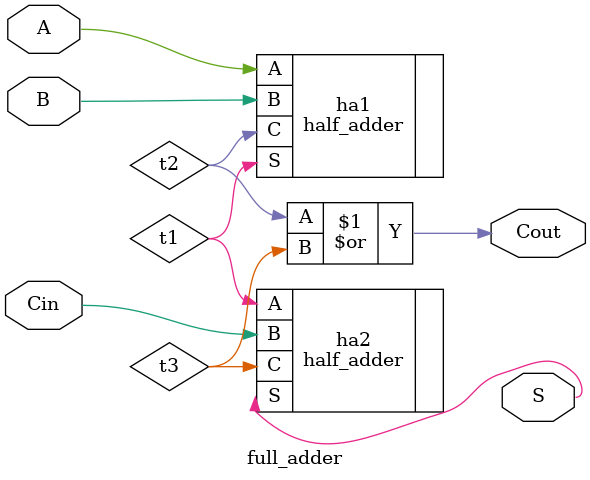
<source format=v>
`timescale 1ns/10ps

module full_adder(
    input A, B, Cin,
    output S, Cout
);

	// Your code goes here.  DO NOT change anything that is already given! Otherwise, you will not be able to pass the tests!
    
    wire t1, t2, t3;
    half_adder ha1(.A(A), .B(B), .S(t1), .C(t2));
    half_adder ha2(.A(t1), .B(Cin), .S(S), .C(t3));
    or (Cout, t2, t3);

endmodule

</source>
